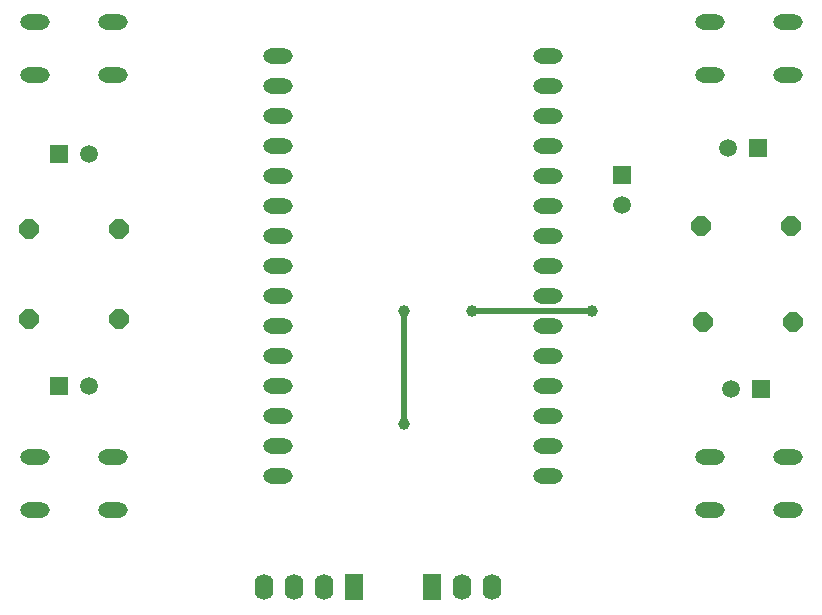
<source format=gbr>
G04 --- HEADER BEGIN --- *
G04 #@! TF.GenerationSoftware,LibrePCB,LibrePCB,0.1.6*
G04 #@! TF.CreationDate,2022-09-15T14:24:33*
G04 #@! TF.ProjectId,D&D Alerter,e525b3f6-46db-4784-bcd4-d1e7e9f5ff90,v1*
G04 #@! TF.Part,Single*
G04 #@! TF.SameCoordinates*
G04 #@! TF.FileFunction,Copper,L1,Top*
G04 #@! TF.FilePolarity,Positive*
%FSLAX66Y66*%
%MOMM*%
G01*
G75*
G04 --- HEADER END --- *
G04 --- APERTURE LIST BEGIN --- *
G04 #@! TA.AperFunction,ComponentPad*
%ADD10O,1.587X2.19*%
%ADD11R,1.587X2.19*%
%ADD12C,1.5*%
%ADD13R,1.5X1.5*%
%ADD14O,2.5X1.3*%
%AMROTATEDOCTAGON15*4,1,8,0.8128,0.336673,0.336673,0.8128,-0.336673,0.8128,-0.8128,0.336673,-0.8128,-0.336673,-0.336673,-0.8128,0.336673,-0.8128,0.8128,-0.336673,0.8128,0.336673,0.0*%
%ADD15ROTATEDOCTAGON15*%
G04 #@! TA.AperFunction,ViaPad*
%ADD16C,1.0*%
G04 #@! TA.AperFunction,Conductor*
%ADD17C,0.5*%
G04 #@! TD*
G04 --- APERTURE LIST END --- *
G04 --- BOARD BEGIN --- *
D10*
G04 #@! TO.N,SDA*
G04 #@! TO.C,J1*
G04 #@! TO.P,J1,2,2*
X-7429596Y-27121428D03*
D11*
G04 #@! TO.N,VCC*
G04 #@! TO.P,J1,1,1*
X-4889596Y-27121428D03*
D10*
G04 #@! TO.N,GND*
G04 #@! TO.P,J1,4,4*
X-12509596Y-27121428D03*
G04 #@! TO.N,SCL*
G04 #@! TO.P,J1,3,3*
X-9969596Y-27121428D03*
D12*
G04 #@! TO.N,GND*
G04 #@! TO.C,C4*
G04 #@! TO.P,C4,-,-*
X27067224Y-10404236D03*
D13*
G04 #@! TO.N,N4*
G04 #@! TO.P,C4,+,+*
X29567224Y-10404236D03*
D12*
G04 #@! TO.N,GND*
G04 #@! TO.C,C2*
G04 #@! TO.P,C2,-,-*
X-27325000Y-10160000D03*
D13*
G04 #@! TO.N,N2*
G04 #@! TO.P,C2,+,+*
X-29825000Y-10160000D03*
D14*
G04 #@! TO.N,GND*
G04 #@! TO.C,S3*
G04 #@! TO.P,S3,1,1*
X31875000Y20665000D03*
G04 #@! TO.N,N3*
G04 #@! TO.P,S3,2,2*
X31875000Y16165000D03*
G04 #@! TO.P,S3,3,2*
X25275000Y16165000D03*
G04 #@! TO.N,GND*
G04 #@! TO.P,S3,4,1*
X25275000Y20665000D03*
G04 #@! TO.C,S4*
G04 #@! TO.P,S4,1,1*
X31875000Y-16165000D03*
G04 #@! TO.N,N4*
G04 #@! TO.P,S4,2,2*
X31875000Y-20665000D03*
G04 #@! TO.P,S4,3,2*
X25275000Y-20665000D03*
G04 #@! TO.N,GND*
G04 #@! TO.P,S4,4,1*
X25275000Y-16165000D03*
D15*
G04 #@! TO.N,BUTTONS*
G04 #@! TO.C,R4*
G04 #@! TO.P,R4,2,2*
X24693986Y-4683548D03*
G04 #@! TO.N,N4*
G04 #@! TO.P,R4,1,1*
X32313986Y-4683548D03*
D11*
G04 #@! TO.N,VCC*
G04 #@! TO.C,J2*
G04 #@! TO.P,J2,1,1*
X1714994Y-27195512D03*
D10*
G04 #@! TO.N,GND*
G04 #@! TO.P,J2,3,3*
X6794994Y-27195512D03*
G04 #@! TO.N,PIXELS*
G04 #@! TO.P,J2,2,2*
X4254994Y-27195512D03*
D15*
G04 #@! TO.N,BUTTONS*
G04 #@! TO.C,R3*
G04 #@! TO.P,R3,2,2*
X24463464Y3376838D03*
G04 #@! TO.N,N3*
G04 #@! TO.P,R3,1,1*
X32083464Y3376838D03*
D14*
G04 #@! TO.N,GND*
G04 #@! TO.C,S1*
G04 #@! TO.P,S1,1,1*
X-25275000Y20665000D03*
G04 #@! TO.N,N1*
G04 #@! TO.P,S1,2,2*
X-25275000Y16165000D03*
G04 #@! TO.P,S1,3,2*
X-31875000Y16165000D03*
G04 #@! TO.N,GND*
G04 #@! TO.P,S1,4,1*
X-31875000Y20665000D03*
D12*
G04 #@! TO.C,C3*
G04 #@! TO.P,C3,-,-*
X26807738Y9980182D03*
D13*
G04 #@! TO.N,N3*
G04 #@! TO.P,C3,+,+*
X29307738Y9980182D03*
D12*
G04 #@! TO.N,GND*
G04 #@! TO.C,C5*
G04 #@! TO.P,C5,-,-*
X17777216Y5181868D03*
D13*
G04 #@! TO.N,VCC_3V3*
G04 #@! TO.P,C5,+,+*
X17777216Y7681868D03*
D14*
G04 #@! TO.N,N/C*
G04 #@! TO.C,U1*
G04 #@! TO.P,U1,3,TX*
X-11350000Y12730000D03*
G04 #@! TO.N,VCC_3V3*
G04 #@! TO.P,U1,10,3V3*
X-11350000Y-5050000D03*
G04 #@! TO.P,U1,28,RST*
X11510000Y12730000D03*
G04 #@! TO.P,U1,26,3V3*
X11510000Y7650000D03*
G04 #@! TO.N,N/C*
G04 #@! TO.P,U1,8,D5*
X-11350000Y30000D03*
G04 #@! TO.P,U1,6,D7*
X-11350000Y5110000D03*
G04 #@! TO.P,U1,24,CLK*
X11510000Y2570000D03*
G04 #@! TO.P,U1,23,SDO*
X11510000Y30000D03*
G04 #@! TO.P,U1,5,D8*
X-11350000Y7650000D03*
G04 #@! TO.N,BUTTONS*
G04 #@! TO.P,U1,11,D4*
X-11350000Y-7590000D03*
G04 #@! TO.N,N/C*
G04 #@! TO.P,U1,20,SD2*
X11510000Y-7590000D03*
G04 #@! TO.P,U1,16,A0*
X11510000Y-17750000D03*
G04 #@! TO.P,U1,27,EN*
X11510000Y10190000D03*
G04 #@! TO.N,GND*
G04 #@! TO.P,U1,25,GND*
X11510000Y5110000D03*
G04 #@! TO.N,SCL*
G04 #@! TO.P,U1,14,D1*
X-11350000Y-15210000D03*
G04 #@! TO.N,VCC*
G04 #@! TO.P,U1,30,Vin*
X11510000Y17810000D03*
G04 #@! TO.N,N/C*
G04 #@! TO.P,U1,18*
X11510000Y-12670000D03*
G04 #@! TO.N,GND*
G04 #@! TO.P,U1,2,GND*
X-11350000Y15270000D03*
G04 #@! TO.N,N/C*
G04 #@! TO.P,U1,21,SD1*
X11510000Y-5050000D03*
G04 #@! TO.P,U1,22,CMD*
X11510000Y-2510000D03*
G04 #@! TO.N,GND*
G04 #@! TO.P,U1,29,GND*
X11510000Y15270000D03*
G04 #@! TO.N,N/C*
G04 #@! TO.P,U1,17*
X11510000Y-15210000D03*
G04 #@! TO.N,SDA*
G04 #@! TO.P,U1,13,D2*
X-11350000Y-12670000D03*
G04 #@! TO.N,VCC_3V3*
G04 #@! TO.P,U1,1,3V3*
X-11350000Y17810000D03*
G04 #@! TO.N,N/C*
G04 #@! TO.P,U1,15,D0*
X-11350000Y-17750000D03*
G04 #@! TO.P,U1,4,RX*
X-11350000Y10190000D03*
G04 #@! TO.P,U1,19,SD3*
X11510000Y-10130000D03*
G04 #@! TO.N,GND*
G04 #@! TO.P,U1,9,GND*
X-11350000Y-2510000D03*
G04 #@! TO.N,N/C*
G04 #@! TO.P,U1,7,D6*
X-11350000Y2570000D03*
G04 #@! TO.N,PIXELS*
G04 #@! TO.P,U1,12,D3*
X-11350000Y-10130000D03*
D15*
G04 #@! TO.N,BUTTONS*
G04 #@! TO.C,R1*
G04 #@! TO.P,R1,2,2*
X-24765000Y3175000D03*
G04 #@! TO.N,N1*
G04 #@! TO.P,R1,1,1*
X-32385000Y3175000D03*
G04 #@! TO.N,BUTTONS*
G04 #@! TO.C,R2*
G04 #@! TO.P,R2,2,2*
X-24765000Y-4445000D03*
G04 #@! TO.N,N2*
G04 #@! TO.P,R2,1,1*
X-32385000Y-4445000D03*
D12*
G04 #@! TO.N,GND*
G04 #@! TO.C,C1*
G04 #@! TO.P,C1,-,-*
X-27325000Y9525000D03*
D13*
G04 #@! TO.N,N1*
G04 #@! TO.P,C1,+,+*
X-29825000Y9525000D03*
D14*
G04 #@! TO.N,GND*
G04 #@! TO.C,S2*
G04 #@! TO.P,S2,1,1*
X-25275000Y-16165000D03*
G04 #@! TO.N,N2*
G04 #@! TO.P,S2,2,2*
X-25275000Y-20665000D03*
G04 #@! TO.P,S2,3,2*
X-31875000Y-20665000D03*
G04 #@! TO.N,GND*
G04 #@! TO.P,S2,4,1*
X-31875000Y-16165000D03*
D16*
G04 #@! TD.C*
G04 #@! TD.P*
G04 #@! TO.N,VCC*
X-635000Y-3810000D03*
X-635000Y-13335000D03*
D17*
X-635000Y-13335000D02*
X-635000Y-3810000D01*
D16*
G04 #@! TO.N,BUTTONS*
X5080000Y-3810000D03*
X15240000Y-3810000D03*
D17*
X15240000Y-3810000D02*
X5080000Y-3810000D01*
G04 --- BOARD END --- *
G04 #@! TF.MD5,f5e3e1ab99f2ef79009bc1e905e2e6d4*
M02*

</source>
